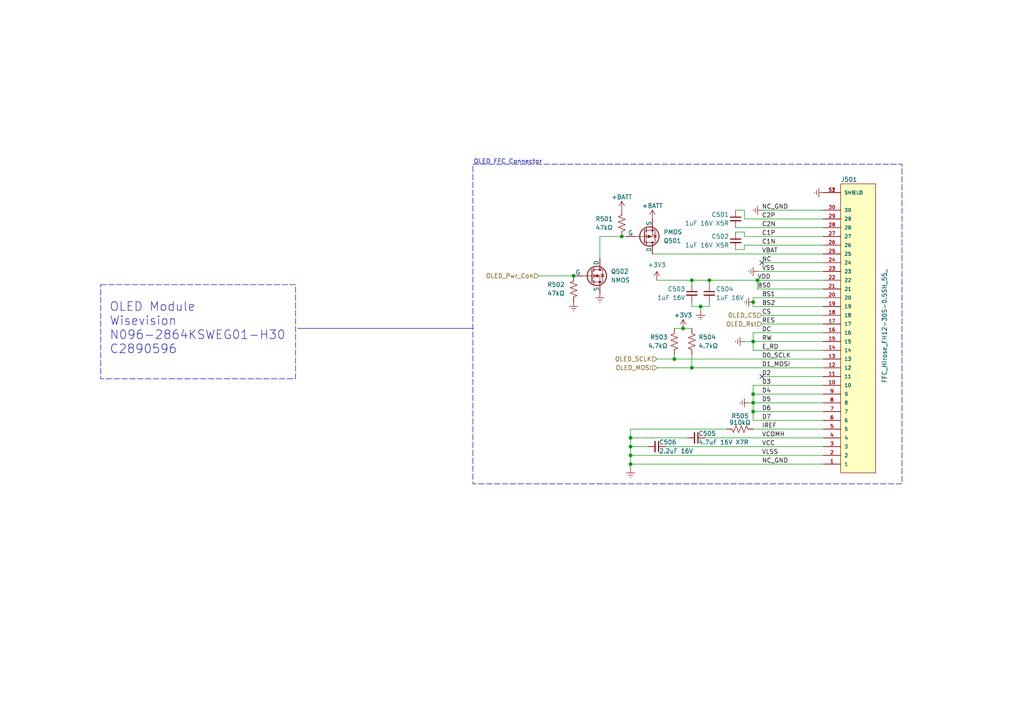
<source format=kicad_sch>
(kicad_sch (version 20250114) (generator "eeschema") (generator_version "9.0")
  (paper "A4")
  (title_block (title "sniffRF_900MHz") (date "2025-11-02") (rev "0") (company "Karthik Raj"))
  (lib_symbols
    (symbol "Device:C_Small" (pin_numbers (hide yes)) (pin_names (offset 0.254) (hide yes))
      (property "Reference" "C" (at 0.254 1.778 0))
      (property "Value" "C_Small" (at 0.254 -2.032 0))
      (symbol "C_Small_0_1"
        (polyline (pts (xy -1.524 0.508) (xy 1.524 0.508)) (stroke (width 0.3048)))
        (polyline (pts (xy -1.524 -0.508) (xy 1.524 -0.508)) (stroke (width 0.3302)))
      )
      (symbol "C_Small_1_1"
        (pin passive line (at 0 2.54 270) (length 2.032) (name "~") (number "1"))
        (pin passive line (at 0 -2.54 90) (length 2.032) (name "~") (number "2"))
      )
    )
    (symbol "Device:R_US" (pin_numbers (hide yes)) (pin_names (offset 0))
      (property "Reference" "R" (at 2.54 0 90))
      (property "Value" "R_US" (at -2.54 0 90))
      (symbol "R_US_0_1"
        (polyline (pts (xy 0 2.286) (xy 0 2.54)))
        (polyline (pts (xy 0 2.286) (xy 1.016 1.905) (xy 0 1.524) (xy -1.016 1.143) (xy 0 0.762)))
        (polyline (pts (xy 0 0.762) (xy 1.016 0.381) (xy 0 0) (xy -1.016 -0.381) (xy 0 -0.762)))
        (polyline (pts (xy 0 -0.762) (xy 1.016 -1.143) (xy 0 -1.524) (xy -1.016 -1.905) (xy 0 -2.286)))
        (polyline (pts (xy 0 -2.286) (xy 0 -2.54)))
      )
      (symbol "R_US_1_1"
        (pin passive line (at 0 3.81 270) (length 1.27) (name "~") (number "1"))
        (pin passive line (at 0 -3.81 90) (length 1.27) (name "~") (number "2"))
      )
    )
    (symbol "Simulation_SPICE:NMOS" (pin_numbers (hide yes)) (pin_names (offset 0))
      (property "Reference" "Q" (at 5.08 1.27 0))
      (property "Value" "NMOS" (at 5.08 -1.27 0))
      (symbol "NMOS_0_1"
        (polyline (pts (xy 0.254 1.905) (xy 0.254 -1.905)) (stroke (width 0.254)))
        (polyline (pts (xy 0.254 0) (xy -2.54 0)))
        (polyline (pts (xy 0.762 2.286) (xy 0.762 1.27)) (stroke (width 0.254)))
        (polyline (pts (xy 0.762 0.508) (xy 0.762 -0.508)) (stroke (width 0.254)))
        (polyline (pts (xy 0.762 -1.27) (xy 0.762 -2.286)) (stroke (width 0.254)))
        (polyline (pts (xy 0.762 -1.778) (xy 3.302 -1.778) (xy 3.302 1.778) (xy 0.762 1.778)))
        (polyline (pts (xy 1.016 0) (xy 2.032 0.381) (xy 2.032 -0.381) (xy 1.016 0)) (fill (type outline)))
        (circle (center 1.651 0) (radius 2.794) (stroke (width 0.254)))
        (polyline (pts (xy 2.54 2.54) (xy 2.54 1.778)))
        (circle (center 2.54 1.778) (radius 0.254) (fill (type outline)))
        (circle (center 2.54 -1.778) (radius 0.254) (fill (type outline)))
        (polyline (pts (xy 2.54 -2.54) (xy 2.54 0) (xy 0.762 0)))
        (polyline (pts (xy 2.794 0.508) (xy 2.921 0.381) (xy 3.683 0.381) (xy 3.81 0.254)))
        (polyline (pts (xy 3.302 0.381) (xy 2.921 -0.254) (xy 3.683 -0.254) (xy 3.302 0.381)))
      )
      (symbol "NMOS_1_1"
        (pin input line (at -5.08 0 0) (length 2.54) (name "G") (number "2"))
        (pin passive line (at 2.54 5.08 270) (length 2.54) (name "D") (number "1"))
        (pin passive line (at 2.54 -5.08 90) (length 2.54) (name "S") (number "3"))
      )
    )
    (symbol "Simulation_SPICE:PMOS" (pin_numbers (hide yes)) (pin_names (offset 0))
      (property "Reference" "Q" (at 5.08 1.27 0))
      (property "Value" "PMOS" (at 5.08 -1.27 0))
      (symbol "PMOS_0_1"
        (polyline (pts (xy 0.254 1.905) (xy 0.254 -1.905)) (stroke (width 0.254)))
        (polyline (pts (xy 0.254 0) (xy -2.54 0)))
        (polyline (pts (xy 0.762 2.286) (xy 0.762 1.27)) (stroke (width 0.254)))
        (polyline (pts (xy 0.762 1.778) (xy 3.302 1.778) (xy 3.302 -1.778) (xy 0.762 -1.778)))
        (polyline (pts (xy 0.762 0.508) (xy 0.762 -0.508)) (stroke (width 0.254)))
        (polyline (pts (xy 0.762 -1.27) (xy 0.762 -2.286)) (stroke (width 0.254)))
        (circle (center 1.651 0) (radius 2.794) (stroke (width 0.254)))
        (polyline (pts (xy 2.286 0) (xy 1.27 0.381) (xy 1.27 -0.381) (xy 2.286 0)) (fill (type outline)))
        (polyline (pts (xy 2.54 2.54) (xy 2.54 1.778)))
        (circle (center 2.54 1.778) (radius 0.254) (fill (type outline)))
        (circle (center 2.54 -1.778) (radius 0.254) (fill (type outline)))
        (polyline (pts (xy 2.54 -2.54) (xy 2.54 0) (xy 0.762 0)))
        (polyline (pts (xy 2.794 -0.508) (xy 2.921 -0.381) (xy 3.683 -0.381) (xy 3.81 -0.254)))
        (polyline (pts (xy 3.302 -0.381) (xy 2.921 0.254) (xy 3.683 0.254) (xy 3.302 -0.381)))
      )
      (symbol "PMOS_1_1"
        (pin input line (at -5.08 0 0) (length 2.54) (name "G") (number "2"))
        (pin passive line (at 2.54 5.08 270) (length 2.54) (name "D") (number "1"))
        (pin passive line (at 2.54 -5.08 90) (length 2.54) (name "S") (number "3"))
      )
    )
    (symbol "kRaj-KiCAD-Library:FFC_Hirose_FH12-30S-0.5SH_55_" (pin_names (offset 1.016))
      (property "Reference" "J" (at -5.1031 41.2766 0))
      (property "Value" "FFC_Hirose_FH12-30S-0.5SH_55_" (at -5.0944 -45.7935 0))
      (symbol "FFC_Hirose_FH12-30S-0.5SH_55__0_0"
        (rectangle (start -5.08 -43.18) (end 5.08 40.64) (stroke (width 0.1524)) (fill (type background)))
        (pin passive line (at 10.16 38.1 180) (length 5.08) (name "1") (number "1"))
        (pin passive line (at 10.16 35.56 180) (length 5.08) (name "2") (number "2"))
        (pin passive line (at 10.16 33.02 180) (length 5.08) (name "3") (number "3"))
        (pin passive line (at 10.16 30.48 180) (length 5.08) (name "4") (number "4"))
        (pin passive line (at 10.16 27.94 180) (length 5.08) (name "5") (number "5"))
        (pin passive line (at 10.16 25.4 180) (length 5.08) (name "6") (number "6"))
        (pin passive line (at 10.16 22.86 180) (length 5.08) (name "7") (number "7"))
        (pin passive line (at 10.16 20.32 180) (length 5.08) (name "8") (number "8"))
        (pin passive line (at 10.16 17.78 180) (length 5.08) (name "9") (number "9"))
        (pin passive line (at 10.16 15.24 180) (length 5.08) (name "10") (number "10"))
        (pin passive line (at 10.16 12.7 180) (length 5.08) (name "11") (number "11"))
        (pin passive line (at 10.16 10.16 180) (length 5.08) (name "12") (number "12"))
        (pin passive line (at 10.16 7.62 180) (length 5.08) (name "13") (number "13"))
        (pin passive line (at 10.16 5.08 180) (length 5.08) (name "14") (number "14"))
        (pin passive line (at 10.16 2.54 180) (length 5.08) (name "15") (number "15"))
        (pin passive line (at 10.16 0 180) (length 5.08) (name "16") (number "16"))
        (pin passive line (at 10.16 -2.54 180) (length 5.08) (name "17") (number "17"))
        (pin passive line (at 10.16 -5.08 180) (length 5.08) (name "18") (number "18"))
        (pin passive line (at 10.16 -7.62 180) (length 5.08) (name "19") (number "19"))
        (pin passive line (at 10.16 -10.16 180) (length 5.08) (name "20") (number "20"))
        (pin passive line (at 10.16 -12.7 180) (length 5.08) (name "21") (number "21"))
        (pin passive line (at 10.16 -15.24 180) (length 5.08) (name "22") (number "22"))
        (pin passive line (at 10.16 -17.78 180) (length 5.08) (name "23") (number "23"))
        (pin passive line (at 10.16 -20.32 180) (length 5.08) (name "24") (number "24"))
        (pin passive line (at 10.16 -22.86 180) (length 5.08) (name "25") (number "25"))
        (pin passive line (at 10.16 -25.4 180) (length 5.08) (name "26") (number "26"))
        (pin passive line (at 10.16 -27.94 180) (length 5.08) (name "27") (number "27"))
        (pin passive line (at 10.16 -30.48 180) (length 5.08) (name "28") (number "28"))
        (pin passive line (at 10.16 -33.02 180) (length 5.08) (name "29") (number "29"))
        (pin passive line (at 10.16 -35.56 180) (length 5.08) (name "30") (number "30"))
        (pin passive line (at 10.16 -40.64 180) (length 5.08) (name "SHIELD") (number "S1"))
        (pin passive line (at 10.16 -40.64 180) (length 5.08) (name "SHIELD") (number "S2"))
      )
    )
    (symbol "power:+3V3" (power) (pin_numbers (hide yes)) (pin_names (offset 0) (hide yes))
      (property "Value" "+3V3" (at 0 3.556 0))
      (symbol "+3V3_0_1"
        (polyline (pts (xy -0.762 1.27) (xy 0 2.54)))
        (polyline (pts (xy 0 2.54) (xy 0.762 1.27)))
        (polyline (pts (xy 0 0) (xy 0 2.54)))
      )
      (symbol "+3V3_1_1"
        (pin power_in line (at 0 0 90) (length 0) (name "~") (number "1"))
      )
    )
    (symbol "power:+BATT" (power) (pin_numbers (hide yes)) (pin_names (offset 0) (hide yes))
      (property "Value" "+BATT" (at 0 3.556 0))
      (symbol "+BATT_0_1"
        (polyline (pts (xy -0.762 1.27) (xy 0 2.54)))
        (polyline (pts (xy 0 2.54) (xy 0.762 1.27)))
        (polyline (pts (xy 0 0) (xy 0 2.54)))
      )
      (symbol "+BATT_1_1"
        (pin power_in line (at 0 0 90) (length 0) (name "~") (number "1"))
      )
    )
    (symbol "power:GNDREF" (power) (pin_numbers (hide yes)) (pin_names (offset 0) (hide yes))
      (property "Value" "GNDREF" (at 0 -3.81 0))
      (symbol "GNDREF_0_1"
        (polyline (pts (xy -0.635 -1.905) (xy 0.635 -1.905)))
        (polyline (pts (xy -0.127 -2.54) (xy 0.127 -2.54)))
        (polyline (pts (xy 0 -1.27) (xy 0 0)))
        (polyline (pts (xy 1.27 -1.27) (xy -1.27 -1.27)))
      )
      (symbol "GNDREF_1_1"
        (pin power_in line (at 0 0 270) (length 0) (name "~") (number "1"))
      )
    )
  )
  (rectangle (start 29.21 82.55) (end 85.725 109.855) (stroke (width 0) (type dash)))
  (rectangle (start 137.16 47.625) (end 261.62 140.335) (stroke (width 0) (type dash)))
  (text "OLED Module\nWisevision\nN096-2864KSWEG01-H30\nC2890596" (at 31.75 95.25 0) (effects (font (size 2.54 2.54)) (justify left)))
  (text "OLED FFC Connector" (at 147.32 46.99 0) (effects (font (size 1.27 1.27))))
  (junction (at 218.44 99.06))
  (junction (at 166.37 80.01))
  (junction (at 180.34 68.58))
  (junction (at 218.44 114.3))
  (junction (at 182.88 132.08))
  (junction (at 218.44 119.38))
  (junction (at 205.74 81.28))
  (junction (at 218.44 87.63))
  (junction (at 182.88 129.54))
  (junction (at 219.71 81.28))
  (junction (at 203.2 88.9))
  (junction (at 198.12 95.25))
  (junction (at 200.66 106.68))
  (junction (at 218.44 116.84))
  (junction (at 200.66 81.28))
  (junction (at 182.88 134.62))
  (junction (at 195.58 104.14))
  (junction (at 182.88 127))
  (no_connect (at 220.98 109.22))
  (no_connect (at 220.98 76.2))
  (wire (pts (xy 213.36 72.39) (xy 215.9 72.39)))
  (wire (pts (xy 218.44 111.76) (xy 238.76 111.76)))
  (wire (pts (xy 219.71 78.74) (xy 238.76 78.74)))
  (wire (pts (xy 220.98 93.98) (xy 238.76 93.98)))
  (wire (pts (xy 218.44 111.76) (xy 218.44 114.3)))
  (wire (pts (xy 182.88 134.62) (xy 238.76 134.62)))
  (wire (pts (xy 156.21 80.01) (xy 166.37 80.01)))
  (wire (pts (xy 210.82 124.46) (xy 182.88 124.46)))
  (wire (pts (xy 182.88 129.54) (xy 182.88 132.08)))
  (wire (pts (xy 182.88 127) (xy 199.39 127)))
  (wire (pts (xy 218.44 87.63) (xy 218.44 86.36)))
  (wire (pts (xy 218.44 116.84) (xy 218.44 119.38)))
  (wire (pts (xy 215.9 67.31) (xy 215.9 68.58)))
  (wire (pts (xy 220.98 60.96) (xy 238.76 60.96)))
  (wire (pts (xy 219.71 81.28) (xy 238.76 81.28)))
  (wire (pts (xy 218.44 87.63) (xy 218.44 88.9)))
  (wire (pts (xy 195.58 102.87) (xy 195.58 104.14)))
  (wire (pts (xy 190.5 106.68) (xy 200.66 106.68)))
  (wire (pts (xy 182.88 132.08) (xy 182.88 134.62)))
  (wire (pts (xy 215.9 60.96) (xy 215.9 63.5)))
  (wire (pts (xy 219.71 83.82) (xy 238.76 83.82)))
  (wire (pts (xy 215.9 72.39) (xy 215.9 71.12)))
  (wire (pts (xy 200.66 87.63) (xy 200.66 88.9)))
  (wire (pts (xy 218.44 99.06) (xy 218.44 101.6)))
  (wire (pts (xy 203.2 90.17) (xy 203.2 88.9)))
  (wire (pts (xy 195.58 95.25) (xy 198.12 95.25)))
  (wire (pts (xy 200.66 106.68) (xy 238.76 106.68)))
  (wire (pts (xy 190.5 81.28) (xy 200.66 81.28)))
  (wire (pts (xy 182.88 135.89) (xy 182.88 134.62)))
  (wire (pts (xy 217.17 116.84) (xy 218.44 116.84)))
  (wire (pts (xy 218.44 86.36) (xy 238.76 86.36)))
  (wire (pts (xy 218.44 114.3) (xy 218.44 116.84)))
  (wire (pts (xy 215.9 63.5) (xy 238.76 63.5)))
  (wire (pts (xy 200.66 81.28) (xy 200.66 82.55)))
  (wire (pts (xy 200.66 102.87) (xy 200.66 106.68)))
  (wire (pts (xy 182.88 129.54) (xy 187.96 129.54)))
  (wire (pts (xy 213.36 66.04) (xy 238.76 66.04)))
  (wire (pts (xy 200.66 81.28) (xy 205.74 81.28)))
  (wire (pts (xy 180.34 68.58) (xy 181.61 68.58)))
  (polyline (pts (xy 86.36 95.25) (xy 137.16 95.25)) (stroke (width 0) (type solid)))
  (wire (pts (xy 213.36 67.31) (xy 215.9 67.31)))
  (wire (pts (xy 200.66 88.9) (xy 203.2 88.9)))
  (wire (pts (xy 215.9 99.06) (xy 218.44 99.06)))
  (wire (pts (xy 182.88 132.08) (xy 238.76 132.08)))
  (wire (pts (xy 190.5 104.14) (xy 195.58 104.14)))
  (wire (pts (xy 218.44 99.06) (xy 238.76 99.06)))
  (wire (pts (xy 220.98 91.44) (xy 238.76 91.44)))
  (wire (pts (xy 205.74 81.28) (xy 205.74 82.55)))
  (wire (pts (xy 218.44 119.38) (xy 218.44 121.92)))
  (wire (pts (xy 205.74 81.28) (xy 219.71 81.28)))
  (wire (pts (xy 218.44 124.46) (xy 238.76 124.46)))
  (wire (pts (xy 189.23 73.66) (xy 238.76 73.66)))
  (wire (pts (xy 218.44 119.38) (xy 238.76 119.38)))
  (wire (pts (xy 182.88 124.46) (xy 182.88 127)))
  (wire (pts (xy 218.44 121.92) (xy 238.76 121.92)))
  (wire (pts (xy 173.99 68.58) (xy 180.34 68.58)))
  (wire (pts (xy 218.44 114.3) (xy 238.76 114.3)))
  (wire (pts (xy 218.44 96.52) (xy 218.44 99.06)))
  (wire (pts (xy 198.12 95.25) (xy 200.66 95.25)))
  (wire (pts (xy 218.44 116.84) (xy 238.76 116.84)))
  (wire (pts (xy 193.04 129.54) (xy 238.76 129.54)))
  (wire (pts (xy 205.74 87.63) (xy 205.74 88.9)))
  (wire (pts (xy 173.99 74.93) (xy 173.99 68.58)))
  (wire (pts (xy 220.98 76.2) (xy 238.76 76.2)))
  (wire (pts (xy 218.44 101.6) (xy 238.76 101.6)))
  (wire (pts (xy 215.9 71.12) (xy 238.76 71.12)))
  (wire (pts (xy 182.88 127) (xy 182.88 129.54)))
  (wire (pts (xy 205.74 88.9) (xy 203.2 88.9)))
  (wire (pts (xy 215.9 68.58) (xy 238.76 68.58)))
  (wire (pts (xy 218.44 88.9) (xy 238.76 88.9)))
  (wire (pts (xy 218.44 96.52) (xy 238.76 96.52)))
  (wire (pts (xy 219.71 81.28) (xy 219.71 83.82)))
  (wire (pts (xy 220.98 109.22) (xy 238.76 109.22)))
  (wire (pts (xy 204.47 127) (xy 238.76 127)))
  (wire (pts (xy 213.36 60.96) (xy 215.9 60.96)))
  (wire (pts (xy 195.58 104.14) (xy 238.76 104.14)))
  (label "NC_GND" (at 220.98 60.96 0))
  (label "BS0" (at 219.71 83.82 0))
  (label "VCOMH" (at 220.98 127 0))
  (label "BS1" (at 220.98 86.36 0))
  (label "RES" (at 220.98 93.98 0))
  (label "CS" (at 220.98 91.44 0))
  (label "D2" (at 220.98 109.22 0))
  (label "VLSS" (at 220.98 132.08 0))
  (label "VDD" (at 219.71 81.28 0))
  (label "VCC" (at 220.98 129.54 0))
  (label "VSS" (at 220.98 78.74 0))
  (label "RW" (at 220.98 99.06 0))
  (label "D3" (at 220.98 111.76 0))
  (label "C1N" (at 220.98 71.12 0))
  (label "NC_GND" (at 220.98 134.62 0))
  (label "DC" (at 220.98 96.52 0))
  (label "D5" (at 220.98 116.84 0))
  (label "D1_MOSI" (at 220.98 106.68 0))
  (label "D6" (at 220.98 119.38 0))
  (label "C2P" (at 220.98 63.5 0))
  (label "NC" (at 220.98 76.2 0))
  (label "C2N" (at 220.98 66.04 0))
  (label "C1P" (at 220.98 68.58 0))
  (label "BS2" (at 220.98 88.9 0))
  (label "D0_SCLK" (at 220.98 104.14 0))
  (label "IREF" (at 220.98 124.46 0))
  (label "D7" (at 220.98 121.92 0))
  (label "VBAT" (at 220.98 73.66 0))
  (label "D4" (at 220.98 114.3 0))
  (label "E_RD" (at 220.98 101.6 0))
  (hierarchical_label "OLED_MOSI" (shape input) (at 190.5 106.68 180))
  (hierarchical_label "OLED_SCLK" (shape input) (at 190.5 104.14 180))
  (hierarchical_label "OLED_Pwr_Con" (shape input) (at 156.21 80.01 180))
  (hierarchical_label "OLED_Rst" (shape input) (at 220.98 93.98 180))
  (hierarchical_label "OLED_CS" (shape input) (at 220.98 91.44 180))
  (symbol (lib_id "power:GNDREF") (at 173.99 85.09 0) (unit 1)
    (property "Reference" "#PWR0507" (effects (hide yes)))
    (property "Value" "GNDREF" (effects (hide yes)))
    (property "Description" "Power symbol creates a global label with name \"GNDREF\" , reference supply ground" (effects (hide yes)))
  )
  (symbol (lib_id "Device:C_Small") (at 200.66 85.09 0) (mirror y) (unit 1)
    (property "Reference" "C503" (at 198.755 83.82 0) (effects (justify left)))
    (property "Value" "1uF 16V" (at 198.755 86.36 0) (effects (justify left)))
    (property "Footprint" "Capacitor_SMD:C_0402_1005Metric_Pad0.74x0.62mm_HandSolder" (effects (hide yes)))
    (property "Description" "Unpolarized capacitor, small symbol" (effects (hide yes)))
    (property "Manufacturer" "Yageo" (effects (hide yes)))
    (property "MPN" "CC0402KRX5R7BB105" (effects (hide yes)))
    (property "LCSC PN" "C325464" (effects (hide yes)))
  )
  (symbol (lib_id "power:GNDREF") (at 217.17 116.84 270) (unit 1)
    (property "Reference" "#PWR0513" (effects (hide yes)))
    (property "Value" "GNDREF" (effects (hide yes)))
    (property "Description" "Power symbol creates a global label with name \"GNDREF\" , reference supply ground" (effects (hide yes)))
  )
  (symbol (lib_id "Device:C_Small") (at 190.5 129.54 270) (mirror x) (unit 1)
    (property "Reference" "C506" (at 191.135 128.27 90) (effects (justify left)))
    (property "Value" "2.2uF 16V" (at 191.135 130.81 90) (effects (justify left)))
    (property "Footprint" "Capacitor_SMD:C_0603_1608Metric_Pad1.08x0.95mm_HandSolder" (effects (hide yes)))
    (property "Description" "Unpolarized capacitor, small symbol" (effects (hide yes)))
    (property "Manufacturer" "Samsung" (effects (hide yes)))
    (property "MPN" "CL10A225KO8NNNC" (effects (hide yes)))
    (property "LCSC PN" "C23630" (effects (hide yes)))
  )
  (symbol (lib_id "Device:R_US") (at 214.63 124.46 270) (mirror x) (unit 1)
    (property "Reference" "R505" (at 212.09 120.65 90) (effects (justify left)))
    (property "Value" "910kΩ" (at 211.455 122.555 90) (effects (justify left)))
    (property "Footprint" "Resistor_SMD:R_0402_1005Metric_Pad0.72x0.64mm_HandSolder" (effects (hide yes)))
    (property "Description" "Resistor, US symbol" (effects (hide yes)))
    (property "Manufacturer" "Yageo" (effects (hide yes)))
    (property "MPN" "RE0402BRE07910KL" (effects (hide yes)))
    (property "LCSC PN" "C3921007" (effects (hide yes)))
  )
  (symbol (lib_id "power:+BATT") (at 180.34 60.96 0) (unit 1)
    (property "Reference" "#PWR0515" (effects (hide yes)))
    (property "Value" "+BATT" (at 180.34 57.15 0))
    (property "Description" "Power symbol creates a global label with name \"+BATT\"" (effects (hide yes)))
  )
  (symbol (lib_id "power:GNDREF") (at 218.44 87.63 270) (unit 1)
    (property "Reference" "#PWR0508" (effects (hide yes)))
    (property "Value" "GNDREF" (effects (hide yes)))
    (property "Description" "Power symbol creates a global label with name \"GNDREF\" , reference supply ground" (effects (hide yes)))
  )
  (symbol (lib_id "power:GNDREF") (at 219.71 78.74 270) (unit 1)
    (property "Reference" "#PWR0505" (effects (hide yes)))
    (property "Value" "GNDREF" (effects (hide yes)))
    (property "Description" "Power symbol creates a global label with name \"GNDREF\" , reference supply ground" (effects (hide yes)))
  )
  (symbol (lib_id "power:GNDREF") (at 203.2 90.17 0) (unit 1)
    (property "Reference" "#PWR0510" (effects (hide yes)))
    (property "Value" "GNDREF" (effects (hide yes)))
    (property "Description" "Power symbol creates a global label with name \"GNDREF\" , reference supply ground" (effects (hide yes)))
  )
  (symbol (lib_id "power:+BATT") (at 189.23 63.5 0) (unit 1)
    (property "Reference" "#PWR0502" (effects (hide yes)))
    (property "Value" "+BATT" (at 189.23 59.69 0))
    (property "Description" "Power symbol creates a global label with name \"+BATT\"" (effects (hide yes)))
  )
  (symbol (lib_id "Device:R_US") (at 180.34 64.77 0) (mirror y) (unit 1)
    (property "Reference" "R501" (at 177.8 63.4999 0) (effects (justify left)))
    (property "Value" "47kΩ" (at 177.8 66.0399 0) (effects (justify left)))
    (property "Footprint" "Resistor_SMD:R_0603_1608Metric_Pad0.98x0.95mm_HandSolder" (effects (hide yes)))
    (property "Description" "Resistor, US symbol" (effects (hide yes)))
    (property "Manufacturer" "UNI-ROYAL" (effects (hide yes)))
    (property "MPN" "0603WAF4702T5E" (effects (hide yes)))
    (property "LCSC PN" "C25819" (effects (hide yes)))
  )
  (symbol (lib_id "power:GNDREF") (at 220.98 60.96 270) (unit 1)
    (property "Reference" "#PWR0503" (effects (hide yes)))
    (property "Value" "GNDREF" (effects (hide yes)))
    (property "Description" "Power symbol creates a global label with name \"GNDREF\" , reference supply ground" (effects (hide yes)))
  )
  (symbol (lib_id "Simulation_SPICE:PMOS") (at 186.69 68.58 0) (mirror x) (unit 1)
    (property "Reference" "Q501" (at 192.405 69.85 0) (effects (justify left)))
    (property "Value" "PMOS" (at 192.405 67.31 0) (effects (justify left)))
    (property "Footprint" "Package_TO_SOT_SMD:SOT-23_Handsoldering" (effects (hide yes)))
    (property "Datasheet" "https://ngspice.sourceforge.io/docs/ngspice-html-manual/manual.xhtml#cha_MOSFETs" (effects (hide yes)))
    (property "Description" "P-MOSFET transistor, drain/source/gate" (effects (hide yes)))
    (property "Manufacturer" "OnSemi" (effects (hide yes)))
    (property "MPN" "FDN338P" (effects (hide yes)))
    (property "LCSC PN" "C24855" (effects (hide yes)))
  )
  (symbol (lib_id "Device:C_Small") (at 213.36 69.85 0) (mirror y) (unit 1)
    (property "Reference" "C502" (at 211.455 68.58 0) (effects (justify left)))
    (property "Value" "1uF 16V X5R" (at 211.455 71.12 0) (effects (justify left)))
    (property "Footprint" "Capacitor_SMD:C_0402_1005Metric_Pad0.74x0.62mm_HandSolder" (effects (hide yes)))
    (property "Description" "Unpolarized capacitor, small symbol" (effects (hide yes)))
    (property "Manufacturer" "Yageo" (effects (hide yes)))
    (property "MPN" "CC0402KRX5R7BB105" (effects (hide yes)))
    (property "LCSC PN" "C325464" (effects (hide yes)))
  )
  (symbol (lib_id "power:GNDREF") (at 215.9 99.06 270) (unit 1)
    (property "Reference" "#PWR0512" (effects (hide yes)))
    (property "Value" "GNDREF" (effects (hide yes)))
    (property "Description" "Power symbol creates a global label with name \"GNDREF\" , reference supply ground" (effects (hide yes)))
  )
  (symbol (lib_id "power:+3V3") (at 198.12 95.25 0) (unit 1)
    (property "Reference" "#PWR0511" (effects (hide yes)))
    (property "Value" "+3V3" (at 198.12 91.44 0))
    (property "Description" "Power symbol creates a global label with name \"+3V3\"" (effects (hide yes)))
  )
  (symbol (lib_id "Device:C_Small") (at 213.36 63.5 0) (mirror y) (unit 1)
    (property "Reference" "C501" (at 211.455 62.23 0) (effects (justify left)))
    (property "Value" "1uF 16V X5R" (at 211.455 64.77 0) (effects (justify left)))
    (property "Footprint" "Capacitor_SMD:C_0402_1005Metric_Pad0.74x0.62mm_HandSolder" (effects (hide yes)))
    (property "Description" "Unpolarized capacitor, small symbol" (effects (hide yes)))
    (property "Manufacturer" "Yageo" (effects (hide yes)))
    (property "MPN" "CC0402KRX5R7BB105" (effects (hide yes)))
    (property "LCSC PN" "C325464" (effects (hide yes)))
  )
  (symbol (lib_id "Device:R_US") (at 200.66 99.06 0) (unit 1)
    (property "Reference" "R504" (at 202.565 97.79 0) (effects (justify left)))
    (property "Value" "4.7kΩ" (at 202.565 100.33 0) (effects (justify left)))
    (property "Footprint" "Resistor_SMD:R_0805_2012Metric" (effects (hide yes)))
    (property "Description" "Resistor, US symbol" (effects (hide yes)))
    (property "Manufacturer" "UNI-ROYAL" (effects (hide yes)))
    (property "MPN" "0805W8F4701T5E" (effects (hide yes)))
    (property "LCSC PN" "C17673" (effects (hide yes)))
  )
  (symbol (lib_id "Device:C_Small") (at 205.74 85.09 0) (unit 1)
    (property "Reference" "C504" (at 207.645 83.82 0) (effects (justify left)))
    (property "Value" "1uF 16V" (at 207.645 86.36 0) (effects (justify left)))
    (property "Footprint" "Capacitor_SMD:C_0402_1005Metric_Pad0.74x0.62mm_HandSolder" (effects (hide yes)))
    (property "Description" "Unpolarized capacitor, small symbol" (effects (hide yes)))
    (property "Manufacturer" "Yageo" (effects (hide yes)))
    (property "MPN" "CC0402KRX5R7BB105" (effects (hide yes)))
    (property "LCSC PN" "C325464" (effects (hide yes)))
  )
  (symbol (lib_id "Simulation_SPICE:NMOS") (at 171.45 80.01 0) (unit 1)
    (property "Reference" "Q502" (at 177.165 78.74 0) (effects (justify left)))
    (property "Value" "NMOS" (at 177.165 81.28 0) (effects (justify left)))
    (property "Footprint" "Package_TO_SOT_SMD:SOT-23_Handsoldering" (effects (hide yes)))
    (property "Datasheet" "https://ngspice.sourceforge.io/docs/ngspice-html-manual/manual.xhtml#cha_MOSFETs" (effects (hide yes)))
    (property "Description" "N-MOSFET transistor, drain/source/gate" (effects (hide yes)))
    (property "Manufacturer" "OnSemi" (effects (hide yes)))
    (property "MPN" "FDN335N" (effects (hide yes)))
    (property "LCSC PN" "C241804" (effects (hide yes)))
  )
  (symbol (lib_id "power:GNDREF") (at 182.88 135.89 0) (unit 1)
    (property "Reference" "#PWR0514" (effects (hide yes)))
    (property "Value" "GNDREF" (effects (hide yes)))
    (property "Description" "Power symbol creates a global label with name \"GNDREF\" , reference supply ground" (effects (hide yes)))
  )
  (symbol (lib_id "Device:R_US") (at 195.58 99.06 0) (mirror y) (unit 1)
    (property "Reference" "R503" (at 193.675 97.79 0) (effects (justify left)))
    (property "Value" "4.7kΩ" (at 193.675 100.33 0) (effects (justify left)))
    (property "Footprint" "Resistor_SMD:R_0805_2012Metric" (effects (hide yes)))
    (property "Description" "Resistor, US symbol" (effects (hide yes)))
    (property "Manufacturer" "UNI-ROYAL" (effects (hide yes)))
    (property "MPN" "0805W8F4701T5E" (effects (hide yes)))
    (property "LCSC PN" "C17673" (effects (hide yes)))
  )
  (symbol (lib_id "power:GNDREF") (at 238.76 55.88 270) (unit 1)
    (property "Reference" "#PWR0501" (effects (hide yes)))
    (property "Value" "GNDREF" (effects (hide yes)))
    (property "Description" "Power symbol creates a global label with name \"GNDREF\" , reference supply ground" (effects (hide yes)))
  )
  (symbol (lib_id "Device:R_US") (at 166.37 83.82 0) (mirror y) (unit 1)
    (property "Reference" "R502" (at 163.83 82.5499 0) (effects (justify left)))
    (property "Value" "47kΩ" (at 163.83 85.0899 0) (effects (justify left)))
    (property "Footprint" "Resistor_SMD:R_0603_1608Metric_Pad0.98x0.95mm_HandSolder" (effects (hide yes)))
    (property "Description" "Resistor, US symbol" (effects (hide yes)))
    (property "Manufacturer" "UNI-ROYAL" (effects (hide yes)))
    (property "MPN" "0603WAF4702T5E" (effects (hide yes)))
    (property "LCSC PN" "C25819" (effects (hide yes)))
  )
  (symbol (lib_id "Device:C_Small") (at 201.93 127 270) (mirror x) (unit 1)
    (property "Reference" "C505" (at 202.565 125.73 90) (effects (justify left)))
    (property "Value" "4.7uF 16V X7R" (at 202.565 128.27 90) (effects (justify left)))
    (property "Footprint" "Capacitor_SMD:C_0805_2012Metric_Pad1.18x1.45mm_HandSolder" (effects (hide yes)))
    (property "Description" "Unpolarized capacitor, small symbol" (effects (hide yes)))
    (property "Manufacturer" "Yageo" (effects (hide yes)))
    (property "MPN" "CC0805KKX7R7BB475" (effects (hide yes)))
    (property "LCSC PN" "C277499" (effects (hide yes)))
  )
  (symbol (lib_id "kRaj-KiCAD-Library:FFC_Hirose_FH12-30S-0.5SH_55_") (at 248.92 96.52 180) (unit 1)
    (property "Reference" "J501" (at 243.84 52.07 0) (effects (justify right)))
    (property "Value" "FFC_Hirose_FH12-30S-0.5SH_55_" (at 256.54 111.125 90) (effects (justify right)))
    (property "Footprint" "kRaj-KiCAD-Library:FFC_Hirose_FH12-30S-0.5SH_55__HIROSE_FH12-30S-0.5SH_55_" (effects (hide yes)))
    (property "Manufacturer" "Hirose" (effects (hide yes)))
    (property "MPN" "FH12-30S-0.5SH(55)" (effects (hide yes)))
    (property "LCSC PN" "C506793" (effects (hide yes)))
  )
  (symbol (lib_id "power:+3V3") (at 190.5 81.28 0) (unit 1)
    (property "Reference" "#PWR0506" (effects (hide yes)))
    (property "Value" "+3V3" (at 190.5 76.835 0))
    (property "Description" "Power symbol creates a global label with name \"+3V3\"" (effects (hide yes)))
  )
  (symbol (lib_id "power:GNDREF") (at 166.37 87.63 0) (unit 1)
    (property "Reference" "#PWR0509" (effects (hide yes)))
    (property "Value" "GNDREF" (effects (hide yes)))
    (property "Description" "Power symbol creates a global label with name \"GNDREF\" , reference supply ground" (effects (hide yes)))
  )
)
</source>
